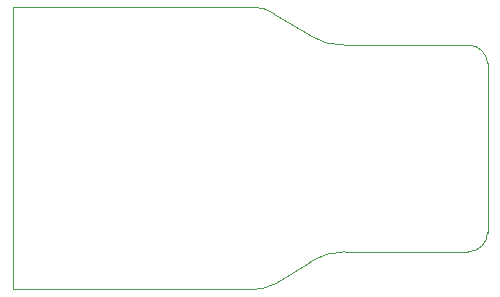
<source format=gbr>
%TF.GenerationSoftware,KiCad,Pcbnew,(6.0.7)*%
%TF.CreationDate,2022-09-05T16:04:27+02:00*%
%TF.ProjectId,autoprobe,6175746f-7072-46f6-9265-2e6b69636164,rev?*%
%TF.SameCoordinates,Original*%
%TF.FileFunction,Profile,NP*%
%FSLAX46Y46*%
G04 Gerber Fmt 4.6, Leading zero omitted, Abs format (unit mm)*
G04 Created by KiCad (PCBNEW (6.0.7)) date 2022-09-05 16:04:27*
%MOMM*%
%LPD*%
G01*
G04 APERTURE LIST*
%TA.AperFunction,Profile*%
%ADD10C,0.100000*%
%TD*%
G04 APERTURE END LIST*
D10*
X152304999Y-78080001D02*
G75*
G03*
X150630000Y-77530000I-1904699J-2975099D01*
G01*
X170380000Y-82305000D02*
X170380769Y-96629231D01*
X150630000Y-101430000D02*
G75*
G03*
X152305000Y-100980000I-51700J3534800D01*
G01*
X170379997Y-82305000D02*
G75*
G03*
X168755000Y-80754799I-1624997J-76600D01*
G01*
X168755000Y-98255000D02*
X158280000Y-98255000D01*
X130155000Y-77530000D02*
X130155000Y-101430000D01*
X168755002Y-98255067D02*
G75*
G03*
X170380769Y-96629231I-39302J1665067D01*
G01*
X130155000Y-101430000D02*
X150630000Y-101430000D01*
X155305000Y-79930000D02*
X152305000Y-78080000D01*
X130155000Y-77530000D02*
X150630000Y-77530000D01*
X168755000Y-80754799D02*
X158280000Y-80755000D01*
X158280000Y-98254980D02*
G75*
G03*
X155305000Y-99130000I-104200J-5140620D01*
G01*
X155305013Y-79929980D02*
G75*
G03*
X158280000Y-80755000I2792387J4292880D01*
G01*
X155305000Y-99130000D02*
X152305000Y-100980000D01*
M02*

</source>
